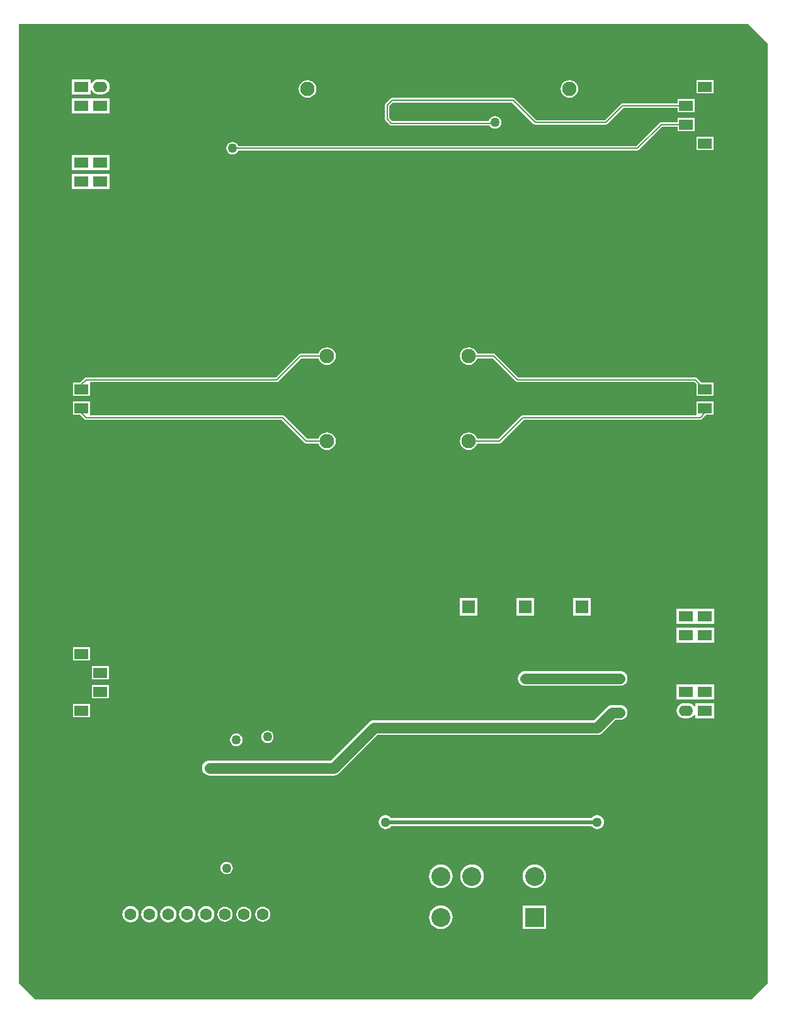
<source format=gbl>
G04 Layer_Physical_Order=4*
G04 Layer_Color=255*
%FSLAX44Y44*%
%MOMM*%
G71*
G01*
G75*
%ADD10C,1.0000*%
%ADD24C,0.2000*%
%ADD25C,0.5000*%
%ADD26C,1.4000*%
%ADD28C,1.9500*%
%ADD29C,1.6000*%
%ADD30R,1.6000X1.6000*%
%ADD31C,6.0000*%
%ADD32C,5.0000*%
%ADD33C,2.5400*%
%ADD34R,2.5400X2.5400*%
%ADD35R,1.7780X1.7780*%
%ADD36R,1.9050X1.4224*%
%ADD37O,2.1590X1.4224*%
%ADD38O,1.9050X1.4224*%
%ADD39C,1.2700*%
G36*
X1001387Y1279559D02*
Y17837D01*
X993300Y9750D01*
X979563Y-3987D01*
X16437D01*
X-5387Y17837D01*
Y1306787D01*
X975270D01*
X1001387Y1279559D01*
D02*
G37*
%LPC*%
G36*
X772320Y243971D02*
X769879Y243649D01*
X767605Y242707D01*
X765651Y241208D01*
X764837Y240148D01*
X495322D01*
X494509Y241208D01*
X492555Y242707D01*
X490281Y243649D01*
X487840Y243971D01*
X485399Y243649D01*
X483125Y242707D01*
X481171Y241208D01*
X479673Y239255D01*
X478731Y236981D01*
X478409Y234540D01*
X478731Y232099D01*
X479673Y229825D01*
X481171Y227871D01*
X483125Y226373D01*
X485399Y225431D01*
X487840Y225109D01*
X490281Y225431D01*
X492555Y226373D01*
X494509Y227871D01*
X495322Y228932D01*
X764837D01*
X765651Y227871D01*
X767605Y226373D01*
X769879Y225431D01*
X772320Y225109D01*
X774761Y225431D01*
X777035Y226373D01*
X778988Y227871D01*
X780487Y229825D01*
X781429Y232099D01*
X781751Y234540D01*
X781429Y236981D01*
X780487Y239255D01*
X778988Y241208D01*
X777035Y242707D01*
X774761Y243649D01*
X772320Y243971D01*
D02*
G37*
G36*
X802800Y391946D02*
X792640D01*
X790030Y391603D01*
X787597Y390595D01*
X785508Y388992D01*
X768142Y371626D01*
X472590D01*
X469980Y371283D01*
X467547Y370275D01*
X465458Y368672D01*
X414137Y317350D01*
X251129D01*
X248519Y317007D01*
X246086Y315999D01*
X243997Y314396D01*
X242394Y312307D01*
X241387Y309875D01*
X241043Y307264D01*
X241387Y304654D01*
X242394Y302221D01*
X243997Y300132D01*
X246086Y298529D01*
X248519Y297522D01*
X251129Y297178D01*
X418315D01*
X420925Y297522D01*
X423358Y298529D01*
X425447Y300132D01*
X476768Y351454D01*
X772320D01*
X774930Y351797D01*
X777363Y352805D01*
X779452Y354408D01*
X796818Y371774D01*
X802800D01*
X805411Y372117D01*
X807843Y373125D01*
X809932Y374728D01*
X811535Y376817D01*
X812542Y379249D01*
X812886Y381860D01*
X812542Y384470D01*
X811535Y386903D01*
X809932Y388992D01*
X807843Y390595D01*
X805411Y391603D01*
X802800Y391946D01*
D02*
G37*
G36*
X274089Y181199D02*
X271910Y180912D01*
X269878Y180071D01*
X268134Y178733D01*
X266796Y176989D01*
X265954Y174957D01*
X265667Y172777D01*
X265954Y170598D01*
X266796Y168566D01*
X268134Y166822D01*
X269878Y165484D01*
X271910Y164642D01*
X274089Y164355D01*
X276269Y164642D01*
X278300Y165484D01*
X280045Y166822D01*
X281383Y168566D01*
X282225Y170598D01*
X282511Y172777D01*
X282225Y174957D01*
X281383Y176989D01*
X280045Y178733D01*
X278300Y180071D01*
X276269Y180912D01*
X274089Y181199D01*
D02*
G37*
G36*
X604000Y177486D02*
X600922Y177183D01*
X597963Y176285D01*
X595235Y174827D01*
X592845Y172865D01*
X590883Y170475D01*
X589425Y167747D01*
X588527Y164788D01*
X588224Y161710D01*
X588527Y158632D01*
X589425Y155673D01*
X590883Y152945D01*
X592845Y150555D01*
X595235Y148593D01*
X597963Y147135D01*
X600922Y146237D01*
X604000Y145934D01*
X607078Y146237D01*
X610037Y147135D01*
X612765Y148593D01*
X615155Y150555D01*
X617117Y152945D01*
X618575Y155673D01*
X619473Y158632D01*
X619776Y161710D01*
X619473Y164788D01*
X618575Y167747D01*
X617117Y170475D01*
X615155Y172865D01*
X612765Y174827D01*
X610037Y176285D01*
X607078Y177183D01*
X604000Y177486D01*
D02*
G37*
G36*
X688000D02*
X684922Y177183D01*
X681963Y176285D01*
X679235Y174827D01*
X676845Y172865D01*
X674883Y170475D01*
X673425Y167747D01*
X672527Y164788D01*
X672224Y161710D01*
X672527Y158632D01*
X673425Y155673D01*
X674883Y152945D01*
X676845Y150555D01*
X679235Y148593D01*
X681963Y147135D01*
X684922Y146237D01*
X688000Y145934D01*
X691078Y146237D01*
X694037Y147135D01*
X696765Y148593D01*
X699155Y150555D01*
X701117Y152945D01*
X702575Y155673D01*
X703473Y158632D01*
X703776Y161710D01*
X703473Y164788D01*
X702575Y167747D01*
X701117Y170475D01*
X699155Y172865D01*
X696765Y174827D01*
X694037Y176285D01*
X691078Y177183D01*
X688000Y177486D01*
D02*
G37*
G36*
X90425Y393512D02*
X67375D01*
Y375288D01*
X90425D01*
Y393512D01*
D02*
G37*
G36*
X904575Y419912D02*
X903305Y419912D01*
X879175D01*
Y399688D01*
X903305D01*
X904225Y399688D01*
X905495Y399688D01*
X929625D01*
Y419912D01*
X905495D01*
X904575Y419912D01*
D02*
G37*
G36*
X894113Y394599D02*
X889287D01*
X886647Y394252D01*
X884187Y393233D01*
X882075Y391612D01*
X880454Y389500D01*
X879435Y387040D01*
X879088Y384400D01*
X879435Y381760D01*
X880454Y379300D01*
X882075Y377188D01*
X884187Y375567D01*
X886647Y374548D01*
X889287Y374201D01*
X894113D01*
X896753Y374548D01*
X899213Y375567D01*
X901325Y377188D01*
X902946Y379300D01*
X903305Y380168D01*
X904575Y379915D01*
Y374288D01*
X929625D01*
Y394512D01*
X904575D01*
Y388885D01*
X903305Y388632D01*
X902946Y389500D01*
X901325Y391612D01*
X899213Y393233D01*
X896753Y394252D01*
X894113Y394599D01*
D02*
G37*
G36*
X287041Y353555D02*
X284861Y353268D01*
X282830Y352427D01*
X281086Y351088D01*
X279747Y349344D01*
X278906Y347313D01*
X278619Y345133D01*
X278906Y342953D01*
X279747Y340922D01*
X281086Y339178D01*
X282830Y337839D01*
X284861Y336998D01*
X287041Y336711D01*
X289221Y336998D01*
X291252Y337839D01*
X292996Y339178D01*
X294335Y340922D01*
X295176Y342953D01*
X295463Y345133D01*
X295176Y347313D01*
X294335Y349344D01*
X292996Y351088D01*
X291252Y352427D01*
X289221Y353268D01*
X287041Y353555D01*
D02*
G37*
G36*
X328885Y357540D02*
X326705Y357253D01*
X324673Y356412D01*
X322929Y355073D01*
X321591Y353329D01*
X320749Y351298D01*
X320462Y349118D01*
X320749Y346938D01*
X321591Y344907D01*
X322929Y343163D01*
X324673Y341824D01*
X326705Y340983D01*
X328885Y340696D01*
X331064Y340983D01*
X333096Y341824D01*
X334840Y343163D01*
X336178Y344907D01*
X337020Y346938D01*
X337307Y349118D01*
X337020Y351298D01*
X336178Y353329D01*
X334840Y355073D01*
X333096Y356412D01*
X331064Y357253D01*
X328885Y357540D01*
D02*
G37*
G36*
X562000Y177486D02*
X558922Y177183D01*
X555963Y176285D01*
X553235Y174827D01*
X550845Y172865D01*
X548883Y170475D01*
X547425Y167747D01*
X546527Y164788D01*
X546224Y161710D01*
X546527Y158632D01*
X547425Y155673D01*
X548883Y152945D01*
X550845Y150555D01*
X553235Y148593D01*
X555963Y147135D01*
X558922Y146237D01*
X562000Y145934D01*
X565078Y146237D01*
X568037Y147135D01*
X570765Y148593D01*
X573155Y150555D01*
X575117Y152945D01*
X576575Y155673D01*
X577473Y158632D01*
X577776Y161710D01*
X577473Y164788D01*
X576575Y167747D01*
X575117Y170475D01*
X573155Y172865D01*
X570765Y174827D01*
X568037Y176285D01*
X565078Y177183D01*
X562000Y177486D01*
D02*
G37*
G36*
X170400Y121795D02*
X167528Y121417D01*
X164853Y120308D01*
X162555Y118545D01*
X160791Y116247D01*
X159683Y113572D01*
X159305Y110700D01*
X159683Y107828D01*
X160791Y105153D01*
X162555Y102855D01*
X164853Y101091D01*
X167528Y99983D01*
X170400Y99605D01*
X173272Y99983D01*
X175947Y101091D01*
X178245Y102855D01*
X180008Y105153D01*
X181117Y107828D01*
X181495Y110700D01*
X181117Y113572D01*
X180008Y116247D01*
X178245Y118545D01*
X175947Y120308D01*
X173272Y121417D01*
X170400Y121795D01*
D02*
G37*
G36*
X195800D02*
X192928Y121417D01*
X190252Y120308D01*
X187955Y118545D01*
X186192Y116247D01*
X185083Y113572D01*
X184705Y110700D01*
X185083Y107828D01*
X186192Y105153D01*
X187955Y102855D01*
X190252Y101091D01*
X192928Y99983D01*
X195800Y99605D01*
X198671Y99983D01*
X201347Y101091D01*
X203645Y102855D01*
X205408Y105153D01*
X206517Y107828D01*
X206895Y110700D01*
X206517Y113572D01*
X205408Y116247D01*
X203645Y118545D01*
X201347Y120308D01*
X198671Y121417D01*
X195800Y121795D01*
D02*
G37*
G36*
X145000D02*
X142128Y121417D01*
X139452Y120308D01*
X137155Y118545D01*
X135392Y116247D01*
X134283Y113572D01*
X133905Y110700D01*
X134283Y107828D01*
X135392Y105153D01*
X137155Y102855D01*
X139452Y101091D01*
X142128Y99983D01*
X145000Y99605D01*
X147872Y99983D01*
X150547Y101091D01*
X152845Y102855D01*
X154608Y105153D01*
X155717Y107828D01*
X156095Y110700D01*
X155717Y113572D01*
X154608Y116247D01*
X152845Y118545D01*
X150547Y120308D01*
X147872Y121417D01*
X145000Y121795D01*
D02*
G37*
G36*
X562000Y122486D02*
X558922Y122183D01*
X555963Y121285D01*
X553235Y119827D01*
X550845Y117865D01*
X548883Y115475D01*
X547425Y112747D01*
X546527Y109788D01*
X546224Y106710D01*
X546527Y103632D01*
X547425Y100673D01*
X548883Y97945D01*
X550845Y95555D01*
X553235Y93593D01*
X555963Y92135D01*
X558922Y91237D01*
X562000Y90934D01*
X565078Y91237D01*
X568037Y92135D01*
X570765Y93593D01*
X573155Y95555D01*
X575117Y97945D01*
X576575Y100673D01*
X577473Y103632D01*
X577776Y106710D01*
X577473Y109788D01*
X576575Y112747D01*
X575117Y115475D01*
X573155Y117865D01*
X570765Y119827D01*
X568037Y121285D01*
X565078Y122183D01*
X562000Y122486D01*
D02*
G37*
G36*
X703700Y122410D02*
X672300D01*
Y91010D01*
X703700D01*
Y122410D01*
D02*
G37*
G36*
X297400Y120786D02*
X294790Y120443D01*
X292357Y119435D01*
X290268Y117832D01*
X288665Y115743D01*
X287657Y113310D01*
X287314Y110700D01*
X287657Y108090D01*
X288665Y105657D01*
X290268Y103568D01*
X292357Y101965D01*
X294790Y100957D01*
X297400Y100614D01*
X300011Y100957D01*
X302443Y101965D01*
X304532Y103568D01*
X306135Y105657D01*
X307143Y108090D01*
X307486Y110700D01*
X307143Y113310D01*
X306135Y115743D01*
X304532Y117832D01*
X302443Y119435D01*
X300011Y120443D01*
X297400Y120786D01*
D02*
G37*
G36*
X322800D02*
X320190Y120443D01*
X317757Y119435D01*
X315668Y117832D01*
X314065Y115743D01*
X313057Y113310D01*
X312714Y110700D01*
X313057Y108090D01*
X314065Y105657D01*
X315668Y103568D01*
X317757Y101965D01*
X320190Y100957D01*
X322800Y100614D01*
X325410Y100957D01*
X327843Y101965D01*
X329932Y103568D01*
X331535Y105657D01*
X332542Y108090D01*
X332886Y110700D01*
X332542Y113310D01*
X331535Y115743D01*
X329932Y117832D01*
X327843Y119435D01*
X325410Y120443D01*
X322800Y120786D01*
D02*
G37*
G36*
X272000D02*
X269389Y120443D01*
X266957Y119435D01*
X264868Y117832D01*
X263265Y115743D01*
X262257Y113310D01*
X261914Y110700D01*
X262257Y108090D01*
X263265Y105657D01*
X264868Y103568D01*
X266957Y101965D01*
X269389Y100957D01*
X272000Y100614D01*
X274611Y100957D01*
X277043Y101965D01*
X279132Y103568D01*
X280735Y105657D01*
X281742Y108090D01*
X282086Y110700D01*
X281742Y113310D01*
X280735Y115743D01*
X279132Y117832D01*
X277043Y119435D01*
X274611Y120443D01*
X272000Y120786D01*
D02*
G37*
G36*
X221200Y121795D02*
X218328Y121417D01*
X215653Y120308D01*
X213355Y118545D01*
X211591Y116247D01*
X210483Y113572D01*
X210105Y110700D01*
X210483Y107828D01*
X211591Y105153D01*
X213355Y102855D01*
X215653Y101091D01*
X218328Y99983D01*
X221200Y99605D01*
X224072Y99983D01*
X226747Y101091D01*
X229045Y102855D01*
X230808Y105153D01*
X231917Y107828D01*
X232295Y110700D01*
X231917Y113572D01*
X230808Y116247D01*
X229045Y118545D01*
X226747Y120308D01*
X224072Y121417D01*
X221200Y121795D01*
D02*
G37*
G36*
X246600D02*
X243728Y121417D01*
X241052Y120308D01*
X238755Y118545D01*
X236992Y116247D01*
X235883Y113572D01*
X235505Y110700D01*
X235883Y107828D01*
X236992Y105153D01*
X238755Y102855D01*
X241052Y101091D01*
X243728Y99983D01*
X246600Y99605D01*
X249471Y99983D01*
X252147Y101091D01*
X254445Y102855D01*
X256208Y105153D01*
X257317Y107828D01*
X257695Y110700D01*
X257317Y113572D01*
X256208Y116247D01*
X254445Y118545D01*
X252147Y120308D01*
X249471Y121417D01*
X246600Y121795D01*
D02*
G37*
G36*
X115825Y418912D02*
X92775D01*
Y400688D01*
X115825D01*
Y418912D01*
D02*
G37*
G36*
X928625Y1155512D02*
X905575D01*
Y1137288D01*
X928625D01*
Y1155512D01*
D02*
G37*
G36*
X903225Y1180912D02*
X880175D01*
Y1174859D01*
X858390D01*
X857219Y1174626D01*
X856227Y1173963D01*
X856227Y1173963D01*
X825318Y1143054D01*
X289828D01*
X289351Y1144206D01*
X288013Y1145950D01*
X286268Y1147289D01*
X284237Y1148130D01*
X282057Y1148417D01*
X279878Y1148130D01*
X277846Y1147289D01*
X276102Y1145950D01*
X274764Y1144206D01*
X273922Y1142175D01*
X273635Y1139995D01*
X273922Y1137815D01*
X274764Y1135784D01*
X276102Y1134040D01*
X277846Y1132701D01*
X279878Y1131860D01*
X282057Y1131573D01*
X284237Y1131860D01*
X286268Y1132701D01*
X288013Y1134040D01*
X289351Y1135784D01*
X289828Y1136936D01*
X826585D01*
X826585Y1136936D01*
X827756Y1137169D01*
X828748Y1137832D01*
X859657Y1168741D01*
X880175D01*
Y1162688D01*
X903225D01*
Y1180912D01*
D02*
G37*
G36*
X91775Y1131112D02*
X90505Y1131112D01*
X66375D01*
Y1110888D01*
X90505D01*
X91425Y1110888D01*
X92695Y1110888D01*
X116825D01*
Y1131112D01*
X92695D01*
X91775Y1131112D01*
D02*
G37*
G36*
X409100Y872501D02*
X406033Y872097D01*
X403174Y870914D01*
X400720Y869030D01*
X398836Y866576D01*
X397652Y863717D01*
X397651Y863709D01*
X373256D01*
X373256Y863709D01*
X372085Y863476D01*
X371093Y862813D01*
X340239Y831959D01*
X85250D01*
X84079Y831726D01*
X83087Y831063D01*
X83087Y831063D01*
X77336Y825312D01*
X67375D01*
Y807088D01*
X90425D01*
Y825312D01*
X91476Y825841D01*
X341506D01*
X341506Y825841D01*
X342676Y826074D01*
X343669Y826737D01*
X374523Y857591D01*
X397651D01*
X397652Y857583D01*
X398836Y854724D01*
X400720Y852270D01*
X403174Y850386D01*
X406033Y849202D01*
X409100Y848799D01*
X412167Y849202D01*
X415026Y850386D01*
X417480Y852270D01*
X419364Y854724D01*
X420547Y857583D01*
X420951Y860650D01*
X420547Y863717D01*
X419364Y866576D01*
X417480Y869030D01*
X415026Y870914D01*
X412167Y872097D01*
X409100Y872501D01*
D02*
G37*
G36*
X91775Y1105712D02*
X90505Y1105712D01*
X66375D01*
Y1085488D01*
X90505D01*
X91425Y1085488D01*
X92695Y1085488D01*
X116825D01*
Y1105712D01*
X92695D01*
X91775Y1105712D01*
D02*
G37*
G36*
Y1207312D02*
X90505Y1207312D01*
X66375D01*
Y1187088D01*
X90505D01*
X91425Y1187088D01*
X92695Y1187088D01*
X116825D01*
Y1207312D01*
X92695D01*
X91775Y1207312D01*
D02*
G37*
G36*
X928625Y1231712D02*
X905575D01*
Y1213488D01*
X928625D01*
Y1231712D01*
D02*
G37*
G36*
X106713Y1232799D02*
X101887D01*
X99247Y1232452D01*
X96787Y1231433D01*
X94675Y1229812D01*
X93054Y1227700D01*
X92695Y1226832D01*
X91425Y1227085D01*
Y1232712D01*
X66375D01*
Y1212488D01*
X91425D01*
Y1218115D01*
X92695Y1218368D01*
X93054Y1217500D01*
X94675Y1215388D01*
X96787Y1213767D01*
X99247Y1212748D01*
X101887Y1212401D01*
X106713D01*
X109353Y1212748D01*
X111813Y1213767D01*
X113925Y1215388D01*
X115546Y1217500D01*
X116565Y1219960D01*
X116912Y1222600D01*
X116565Y1225240D01*
X115546Y1227700D01*
X113925Y1229812D01*
X111813Y1231433D01*
X109353Y1232452D01*
X106713Y1232799D01*
D02*
G37*
G36*
X735117Y1231364D02*
X732049Y1230960D01*
X729191Y1229776D01*
X726736Y1227893D01*
X724853Y1225438D01*
X723669Y1222580D01*
X723265Y1219513D01*
X723669Y1216445D01*
X724853Y1213587D01*
X726736Y1211132D01*
X729191Y1209249D01*
X732049Y1208065D01*
X735117Y1207661D01*
X738184Y1208065D01*
X741042Y1209249D01*
X743497Y1211132D01*
X745380Y1213587D01*
X746564Y1216445D01*
X746968Y1219513D01*
X746564Y1222580D01*
X745380Y1225438D01*
X743497Y1227893D01*
X741042Y1229776D01*
X738184Y1230960D01*
X735117Y1231364D01*
D02*
G37*
G36*
X659277Y1207582D02*
X659277Y1207582D01*
X496523D01*
X495353Y1207349D01*
X494360Y1206686D01*
X494360Y1206686D01*
X487837Y1200163D01*
X487174Y1199171D01*
X486941Y1198000D01*
X486941Y1198000D01*
Y1179000D01*
X486941Y1179000D01*
X487174Y1177829D01*
X487837Y1176837D01*
X493387Y1171287D01*
X494379Y1170624D01*
X495550Y1170391D01*
X495550Y1170391D01*
X627634D01*
X628905Y1168734D01*
X630649Y1167396D01*
X632681Y1166555D01*
X634860Y1166268D01*
X637040Y1166555D01*
X639072Y1167396D01*
X640816Y1168734D01*
X642154Y1170479D01*
X642996Y1172510D01*
X643283Y1174690D01*
X642996Y1176869D01*
X642154Y1178901D01*
X640816Y1180645D01*
X639072Y1181983D01*
X637040Y1182825D01*
X634860Y1183112D01*
X632681Y1182825D01*
X630649Y1181983D01*
X628905Y1180645D01*
X627567Y1178901D01*
X626725Y1176869D01*
X626678Y1176509D01*
X496817D01*
X493059Y1180267D01*
Y1196733D01*
X497790Y1201464D01*
X658010D01*
X686947Y1172527D01*
X686947Y1172527D01*
X687940Y1171864D01*
X689110Y1171631D01*
X689110Y1171631D01*
X783790D01*
X783790Y1171631D01*
X784960Y1171864D01*
X785953Y1172527D01*
X800213Y1186787D01*
X800414Y1187088D01*
X807467Y1194141D01*
X880175D01*
Y1188088D01*
X903225D01*
Y1206312D01*
X880175D01*
Y1200259D01*
X806200D01*
X806200Y1200259D01*
X805030Y1200026D01*
X804037Y1199363D01*
X804037Y1199363D01*
X795837Y1191163D01*
X795636Y1190862D01*
X782523Y1177748D01*
X690377D01*
X661440Y1206686D01*
X660447Y1207349D01*
X659277Y1207582D01*
D02*
G37*
G36*
X383017Y1231364D02*
X379949Y1230960D01*
X377091Y1229776D01*
X374636Y1227893D01*
X372753Y1225438D01*
X371569Y1222580D01*
X371165Y1219513D01*
X371569Y1216445D01*
X372753Y1213587D01*
X374636Y1211132D01*
X377091Y1209249D01*
X379949Y1208065D01*
X383017Y1207661D01*
X386084Y1208065D01*
X388942Y1209249D01*
X391397Y1211132D01*
X393280Y1213587D01*
X394464Y1216445D01*
X394868Y1219513D01*
X394464Y1222580D01*
X393280Y1225438D01*
X391397Y1227893D01*
X388942Y1229776D01*
X386084Y1230960D01*
X383017Y1231364D01*
D02*
G37*
G36*
X904575Y496112D02*
X903305Y496112D01*
X879175D01*
Y475888D01*
X903305D01*
X904225Y475888D01*
X905495Y475888D01*
X929625D01*
Y496112D01*
X905495D01*
X904575Y496112D01*
D02*
G37*
G36*
Y521512D02*
X903305Y521512D01*
X879175D01*
Y501288D01*
X903305D01*
X904225Y501288D01*
X905495Y501288D01*
X929625D01*
Y521512D01*
X905495D01*
X904575Y521512D01*
D02*
G37*
G36*
X90425Y469712D02*
X67375D01*
Y451488D01*
X90425D01*
Y469712D01*
D02*
G37*
G36*
X802800Y437666D02*
X675800D01*
X673189Y437323D01*
X670757Y436315D01*
X668668Y434712D01*
X667065Y432623D01*
X666057Y430191D01*
X665714Y427580D01*
X666057Y424969D01*
X667065Y422537D01*
X668668Y420448D01*
X670757Y418845D01*
X673189Y417837D01*
X675800Y417494D01*
X802800D01*
X805411Y417837D01*
X807843Y418845D01*
X809932Y420448D01*
X811535Y422537D01*
X812542Y424969D01*
X812886Y427580D01*
X812542Y430191D01*
X811535Y432623D01*
X809932Y434712D01*
X807843Y436315D01*
X805411Y437323D01*
X802800Y437666D01*
D02*
G37*
G36*
X115825Y444312D02*
X92775D01*
Y426088D01*
X115825D01*
Y444312D01*
D02*
G37*
G36*
X611490Y535990D02*
X587710D01*
Y512210D01*
X611490D01*
Y535990D01*
D02*
G37*
G36*
X928625Y799912D02*
X905575D01*
Y781688D01*
X904524Y781159D01*
X672354D01*
X672354Y781159D01*
X671184Y780926D01*
X670191Y780263D01*
X639337Y749409D01*
X611049D01*
X611048Y749417D01*
X609864Y752276D01*
X607980Y754730D01*
X605526Y756614D01*
X602667Y757797D01*
X599600Y758201D01*
X596533Y757797D01*
X593674Y756614D01*
X591220Y754730D01*
X589336Y752276D01*
X588152Y749417D01*
X587749Y746350D01*
X588152Y743283D01*
X589336Y740424D01*
X591220Y737970D01*
X593674Y736086D01*
X596533Y734902D01*
X599600Y734499D01*
X602667Y734902D01*
X605526Y736086D01*
X607980Y737970D01*
X609864Y740424D01*
X611048Y743283D01*
X611049Y743291D01*
X640604D01*
X640604Y743291D01*
X641775Y743524D01*
X642767Y744187D01*
X673621Y775041D01*
X910750D01*
X910750Y775041D01*
X911920Y775274D01*
X912913Y775937D01*
X918664Y781688D01*
X928625D01*
Y799912D01*
D02*
G37*
G36*
X599600Y872501D02*
X596533Y872097D01*
X593674Y870914D01*
X591220Y869030D01*
X589336Y866576D01*
X588152Y863717D01*
X587749Y860650D01*
X588152Y857583D01*
X589336Y854724D01*
X591220Y852270D01*
X593674Y850386D01*
X596533Y849202D01*
X599600Y848799D01*
X602667Y849202D01*
X605526Y850386D01*
X607980Y852270D01*
X609864Y854724D01*
X611048Y857583D01*
X611049Y857591D01*
X632339D01*
X663193Y826737D01*
X664185Y826074D01*
X665356Y825841D01*
X665356Y825841D01*
X903133D01*
X905575Y823399D01*
Y807088D01*
X928625D01*
Y825312D01*
X912314D01*
X906563Y831063D01*
X905571Y831726D01*
X904400Y831959D01*
X904400Y831959D01*
X666623D01*
X635769Y862813D01*
X634776Y863476D01*
X633606Y863709D01*
X633606Y863709D01*
X611049D01*
X611048Y863717D01*
X609864Y866576D01*
X607980Y869030D01*
X605526Y870914D01*
X602667Y872097D01*
X599600Y872501D01*
D02*
G37*
G36*
X90425Y799912D02*
X67375D01*
Y781688D01*
X77093D01*
X82921Y775860D01*
X82921Y775860D01*
X83914Y775197D01*
X85084Y774964D01*
X347996D01*
X378773Y744187D01*
X378773Y744187D01*
X379765Y743524D01*
X380936Y743291D01*
X380936Y743291D01*
X397651D01*
X397652Y743283D01*
X398836Y740424D01*
X400720Y737970D01*
X403174Y736086D01*
X406033Y734902D01*
X409100Y734499D01*
X412167Y734902D01*
X415026Y736086D01*
X417480Y737970D01*
X419364Y740424D01*
X420547Y743283D01*
X420951Y746350D01*
X420547Y749417D01*
X419364Y752276D01*
X417480Y754730D01*
X415026Y756614D01*
X412167Y757797D01*
X409100Y758201D01*
X406033Y757797D01*
X403174Y756614D01*
X400720Y754730D01*
X398836Y752276D01*
X397652Y749417D01*
X397651Y749409D01*
X382203D01*
X351426Y780186D01*
X350434Y780849D01*
X349263Y781081D01*
X349263Y781081D01*
X91444D01*
X90425Y781688D01*
Y799912D01*
D02*
G37*
G36*
X687690Y535990D02*
X663910D01*
Y512210D01*
X687690D01*
Y535990D01*
D02*
G37*
G36*
X763890D02*
X740110D01*
Y512210D01*
X763890D01*
Y535990D01*
D02*
G37*
%LPD*%
D10*
X333000Y622000D02*
D03*
Y637000D02*
D03*
X230000Y752000D02*
D03*
Y727000D02*
D03*
Y702000D02*
D03*
Y682000D02*
D03*
X205000D02*
D03*
Y702000D02*
D03*
Y727000D02*
D03*
Y752000D02*
D03*
X155000Y612000D02*
D03*
X135000Y597000D02*
D03*
Y612000D02*
D03*
Y627000D02*
D03*
Y643000D02*
D03*
Y657000D02*
D03*
Y672000D02*
D03*
Y687000D02*
D03*
Y702000D02*
D03*
X655000Y977000D02*
D03*
X935000Y1207000D02*
D03*
Y1192000D02*
D03*
Y1177000D02*
D03*
Y1162000D02*
D03*
Y1147000D02*
D03*
X870000Y1207000D02*
D03*
X855000D02*
D03*
X840000D02*
D03*
X825000D02*
D03*
X810000D02*
D03*
X790000Y1197000D02*
D03*
X780000Y1187000D02*
D03*
X610000Y1217000D02*
D03*
X640000D02*
D03*
X670000Y1212000D02*
D03*
X675000Y1202000D02*
D03*
X685000Y1192000D02*
D03*
X660000D02*
D03*
X615000Y1187000D02*
D03*
X605000Y1192000D02*
D03*
X595000Y1187000D02*
D03*
X585000Y1192000D02*
D03*
X575000Y1187000D02*
D03*
X565000Y1192000D02*
D03*
X554000Y1187000D02*
D03*
X544000Y1192000D02*
D03*
X535000Y1187000D02*
D03*
X525000Y1192000D02*
D03*
X515000Y1187000D02*
D03*
X505000Y1192000D02*
D03*
X520000Y1217000D02*
D03*
X550000D02*
D03*
X580000D02*
D03*
X485000Y1207000D02*
D03*
X480000Y1192000D02*
D03*
Y1177000D02*
D03*
X525000Y1162000D02*
D03*
X500000D02*
D03*
X485000Y1167000D02*
D03*
X395000Y1182000D02*
D03*
X370000D02*
D03*
X365000Y1167000D02*
D03*
X368000Y838000D02*
D03*
X358000Y828000D02*
D03*
X348000Y818000D02*
D03*
X308000Y863000D02*
D03*
Y878000D02*
D03*
X348000Y853000D02*
D03*
X253000Y933000D02*
D03*
X283000Y908000D02*
D03*
X208000Y898000D02*
D03*
X228000Y868000D02*
D03*
Y883000D02*
D03*
X208000D02*
D03*
Y868000D02*
D03*
Y853000D02*
D03*
X218000Y788000D02*
D03*
X233000D02*
D03*
Y768000D02*
D03*
X218000D02*
D03*
X203000D02*
D03*
X138000Y818000D02*
D03*
Y803000D02*
D03*
Y788000D02*
D03*
X565000Y1279750D02*
D03*
X533250D02*
D03*
X501500D02*
D03*
X469750D02*
D03*
X533250Y1216250D02*
D03*
X501500D02*
D03*
X469750D02*
D03*
Y1184500D02*
D03*
X565000Y1216250D02*
D03*
Y1248000D02*
D03*
X533250D02*
D03*
X501500D02*
D03*
X469750D02*
D03*
X618650Y974950D02*
D03*
Y962250D02*
D03*
X605950Y949550D02*
D03*
X593250Y943200D02*
D03*
X599600Y917800D02*
D03*
X586900D02*
D03*
X113000Y703000D02*
D03*
X108000Y728000D02*
D03*
X218000Y548000D02*
D03*
X143000Y573000D02*
D03*
X127000D02*
D03*
X108000Y588000D02*
D03*
Y633000D02*
D03*
Y678000D02*
D03*
X123000Y713000D02*
D03*
X143000Y733000D02*
D03*
X133000Y723000D02*
D03*
X98000Y718000D02*
D03*
X108000Y693000D02*
D03*
X83000D02*
D03*
Y678000D02*
D03*
Y648000D02*
D03*
X203000Y548000D02*
D03*
X286900Y514000D02*
D03*
X188000Y548000D02*
D03*
X254600Y523800D02*
D03*
X307500Y638400D02*
D03*
Y651100D02*
D03*
Y663800D02*
D03*
Y676500D02*
D03*
Y689200D02*
D03*
Y701900D02*
D03*
X294800Y816200D02*
D03*
Y803500D02*
D03*
Y790800D02*
D03*
X307500D02*
D03*
X294800Y841600D02*
D03*
Y854300D02*
D03*
Y867000D02*
D03*
Y879700D02*
D03*
Y892400D02*
D03*
Y905100D02*
D03*
Y917800D02*
D03*
Y930500D02*
D03*
Y943200D02*
D03*
Y955900D02*
D03*
Y968600D02*
D03*
X313850Y924150D02*
D03*
X326550Y936850D02*
D03*
X339250Y949550D02*
D03*
X529750Y1013050D02*
D03*
X498000D02*
D03*
X466250D02*
D03*
X498000Y981300D02*
D03*
X466250D02*
D03*
Y1076550D02*
D03*
X498000D02*
D03*
X529750D02*
D03*
Y1108300D02*
D03*
X498000D02*
D03*
X466250D02*
D03*
X491650Y1152750D02*
D03*
X542450Y1127350D02*
D03*
X555150Y1152750D02*
D03*
X542450D02*
D03*
X529750D02*
D03*
X517050D02*
D03*
X504350D02*
D03*
X478950D02*
D03*
X466250D02*
D03*
X453550D02*
D03*
Y1127350D02*
D03*
X466250D02*
D03*
X478950D02*
D03*
X491650D02*
D03*
X504350D02*
D03*
X517050D02*
D03*
X529750D02*
D03*
X555150D02*
D03*
X567850Y1114650D02*
D03*
X555150D02*
D03*
Y1101950D02*
D03*
Y1089250D02*
D03*
Y1076550D02*
D03*
Y1063850D02*
D03*
Y1019400D02*
D03*
Y1006700D02*
D03*
Y994000D02*
D03*
X561500Y1044800D02*
D03*
X548800D02*
D03*
X536100D02*
D03*
X523400D02*
D03*
X510700D02*
D03*
X498000D02*
D03*
X485300D02*
D03*
X472600D02*
D03*
X459900D02*
D03*
X529750Y886050D02*
D03*
X498000D02*
D03*
X466250D02*
D03*
X669450Y746350D02*
D03*
X644050Y720950D02*
D03*
X656750Y733650D02*
D03*
X688500Y841600D02*
D03*
X669450D02*
D03*
X656750Y854300D02*
D03*
X644050Y867000D02*
D03*
X637700Y841600D02*
D03*
X650400Y828900D02*
D03*
X663100Y816200D02*
D03*
X701200D02*
D03*
X682150D02*
D03*
Y790800D02*
D03*
X650400Y771750D02*
D03*
X637700Y759050D02*
D03*
X669450D02*
D03*
X656750Y746350D02*
D03*
X663100Y784450D02*
D03*
X555150Y917800D02*
D03*
X820578Y1181435D02*
D03*
X460618Y816637D02*
D03*
X449119Y707769D02*
D03*
X529750Y968600D02*
D03*
X517050D02*
D03*
X444350D02*
D03*
X431650D02*
D03*
Y981300D02*
D03*
Y994000D02*
D03*
Y1006700D02*
D03*
Y1019400D02*
D03*
Y1101950D02*
D03*
Y1089250D02*
D03*
Y1076550D02*
D03*
Y1063850D02*
D03*
X21750Y1216250D02*
D03*
Y1184500D02*
D03*
Y1152750D02*
D03*
Y1121000D02*
D03*
Y1089250D02*
D03*
Y1057500D02*
D03*
Y1025750D02*
D03*
Y994000D02*
D03*
Y962250D02*
D03*
Y930500D02*
D03*
X53500Y1025750D02*
D03*
Y1057500D02*
D03*
X85250Y1025750D02*
D03*
Y1057500D02*
D03*
Y962250D02*
D03*
Y994000D02*
D03*
X53500D02*
D03*
Y962250D02*
D03*
Y930500D02*
D03*
Y898750D02*
D03*
X85250Y930500D02*
D03*
X117000Y898750D02*
D03*
X85250D02*
D03*
X21750D02*
D03*
Y867000D02*
D03*
Y835250D02*
D03*
Y803500D02*
D03*
X688500Y1216250D02*
D03*
X215750Y1152750D02*
D03*
Y1184500D02*
D03*
X247500D02*
D03*
X279250D02*
D03*
X311000D02*
D03*
X342750Y1216250D02*
D03*
X311000Y1241650D02*
D03*
Y1216250D02*
D03*
X279250D02*
D03*
X247500D02*
D03*
X215750D02*
D03*
X129856Y1171129D02*
D03*
X128877Y1157429D02*
D03*
X129856Y1145686D02*
D03*
X85250Y1248000D02*
D03*
X117000D02*
D03*
X148750D02*
D03*
X180500D02*
D03*
X215750D02*
D03*
X247500D02*
D03*
X279250D02*
D03*
X247500Y1152750D02*
D03*
Y1121000D02*
D03*
X215750D02*
D03*
X210000Y1090700D02*
D03*
Y1060700D02*
D03*
Y1030700D02*
D03*
Y1000700D02*
D03*
X240000Y960700D02*
D03*
X266550Y943200D02*
D03*
X498000Y613000D02*
D03*
Y644750D02*
D03*
Y676500D02*
D03*
X529750D02*
D03*
Y644750D02*
D03*
X561500Y676500D02*
D03*
Y708250D02*
D03*
X529750D02*
D03*
X498000D02*
D03*
X466250D02*
D03*
Y676500D02*
D03*
Y644750D02*
D03*
Y613000D02*
D03*
Y581250D02*
D03*
X434500D02*
D03*
Y613000D02*
D03*
Y644750D02*
D03*
Y676500D02*
D03*
X408263Y716087D02*
D03*
X402750Y676500D02*
D03*
Y644750D02*
D03*
Y613000D02*
D03*
Y581250D02*
D03*
X173000Y548000D02*
D03*
X249200Y477300D02*
D03*
X371000Y644750D02*
D03*
Y676500D02*
D03*
Y708250D02*
D03*
X752000Y581250D02*
D03*
X688500Y549500D02*
D03*
X656750Y581250D02*
D03*
X688500D02*
D03*
X593250D02*
D03*
X625000Y549500D02*
D03*
Y581250D02*
D03*
Y613000D02*
D03*
X656750D02*
D03*
X688500D02*
D03*
X720250D02*
D03*
X752000D02*
D03*
X656750Y644750D02*
D03*
X688500D02*
D03*
X720250D02*
D03*
X752000D02*
D03*
Y676500D02*
D03*
X688500D02*
D03*
X720250D02*
D03*
Y708250D02*
D03*
X752000Y740000D02*
D03*
Y708250D02*
D03*
X783750D02*
D03*
Y740000D02*
D03*
X815500D02*
D03*
Y708250D02*
D03*
Y676500D02*
D03*
X783750D02*
D03*
Y644750D02*
D03*
X815500D02*
D03*
Y613000D02*
D03*
X783750D02*
D03*
Y581250D02*
D03*
Y498700D02*
D03*
X815500Y581250D02*
D03*
X847250D02*
D03*
Y613000D02*
D03*
Y708250D02*
D03*
Y740000D02*
D03*
X879000D02*
D03*
X910750D02*
D03*
X942500D02*
D03*
Y708250D02*
D03*
X910750D02*
D03*
X879000D02*
D03*
Y676500D02*
D03*
X847250D02*
D03*
Y644750D02*
D03*
X879000D02*
D03*
Y613000D02*
D03*
X910750D02*
D03*
Y644750D02*
D03*
Y676500D02*
D03*
X942500D02*
D03*
Y644750D02*
D03*
Y613000D02*
D03*
Y581250D02*
D03*
X910750D02*
D03*
X879000D02*
D03*
X123350Y790800D02*
D03*
Y816200D02*
D03*
X123000Y843000D02*
D03*
X138000D02*
D03*
X63000Y828000D02*
D03*
Y778000D02*
D03*
X97950Y860650D02*
D03*
X78900D02*
D03*
X47150Y854300D02*
D03*
Y835250D02*
D03*
Y816200D02*
D03*
Y797150D02*
D03*
X53500Y771750D02*
D03*
X128000Y748000D02*
D03*
X138000Y758000D02*
D03*
X128000Y763000D02*
D03*
X118000Y738000D02*
D03*
X85250Y740000D02*
D03*
X53500D02*
D03*
Y708250D02*
D03*
X88000Y708000D02*
D03*
X108000Y663000D02*
D03*
Y648000D02*
D03*
X83000Y663000D02*
D03*
X53500Y676500D02*
D03*
X108000Y618000D02*
D03*
X83000Y633000D02*
D03*
X53500Y644750D02*
D03*
Y613000D02*
D03*
X83000Y603000D02*
D03*
X108000D02*
D03*
X113000Y573000D02*
D03*
X82000Y575000D02*
D03*
X53500Y581250D02*
D03*
X98000Y548000D02*
D03*
X53500Y549500D02*
D03*
Y517750D02*
D03*
X88000Y558000D02*
D03*
X113000Y548000D02*
D03*
X143000D02*
D03*
X158000D02*
D03*
X263000Y533000D02*
D03*
X148750Y486000D02*
D03*
X128000Y548000D02*
D03*
X21750Y771750D02*
D03*
Y740000D02*
D03*
Y708250D02*
D03*
Y676500D02*
D03*
Y644750D02*
D03*
Y613000D02*
D03*
X752000Y867000D02*
D03*
X720250D02*
D03*
X656750Y898750D02*
D03*
X688500Y867000D02*
D03*
X656750D02*
D03*
X688500Y898750D02*
D03*
X720250D02*
D03*
X752000D02*
D03*
X783750D02*
D03*
X815500Y930500D02*
D03*
X783750D02*
D03*
X752000D02*
D03*
X720250D02*
D03*
X688500D02*
D03*
X631350Y949550D02*
D03*
X618650Y936850D02*
D03*
X572488Y917923D02*
D03*
X599600Y962250D02*
D03*
X644050Y955900D02*
D03*
Y968600D02*
D03*
X688500Y962250D02*
D03*
X815500D02*
D03*
X783750D02*
D03*
X752000D02*
D03*
X720250D02*
D03*
X783750Y994000D02*
D03*
X815500D02*
D03*
Y1025750D02*
D03*
X783750D02*
D03*
Y1057500D02*
D03*
X815500D02*
D03*
X974250Y1121000D02*
D03*
Y1089250D02*
D03*
Y1057500D02*
D03*
Y1025750D02*
D03*
Y994000D02*
D03*
Y962250D02*
D03*
Y930500D02*
D03*
X847250Y1057500D02*
D03*
Y1025750D02*
D03*
Y994000D02*
D03*
Y962250D02*
D03*
X879000Y994000D02*
D03*
Y1025750D02*
D03*
Y1057500D02*
D03*
Y1089250D02*
D03*
X847250D02*
D03*
X815500D02*
D03*
X783750D02*
D03*
X625000Y1248000D02*
D03*
X656750D02*
D03*
Y1216250D02*
D03*
X625000D02*
D03*
X593250D02*
D03*
Y1248000D02*
D03*
X438000Y1184500D02*
D03*
Y1216250D02*
D03*
Y1248000D02*
D03*
X783750D02*
D03*
Y1279750D02*
D03*
X752000D02*
D03*
X720250D02*
D03*
X688500D02*
D03*
X656750D02*
D03*
X625000D02*
D03*
X593250D02*
D03*
X438000D02*
D03*
X406250D02*
D03*
X374500D02*
D03*
X342750D02*
D03*
X311000D02*
D03*
X279250D02*
D03*
X247500D02*
D03*
X215750D02*
D03*
X180500D02*
D03*
X148750D02*
D03*
X117000D02*
D03*
X85250D02*
D03*
X766024Y1222744D02*
D03*
X784658Y1215784D02*
D03*
X797454D02*
D03*
X845947Y1222968D02*
D03*
X857846D02*
D03*
X853600Y1152750D02*
D03*
X840900Y1140050D02*
D03*
X866300Y1127350D02*
D03*
X853600D02*
D03*
X840900D02*
D03*
X828200D02*
D03*
X815500D02*
D03*
X802800D02*
D03*
X790100D02*
D03*
X777400D02*
D03*
X764700D02*
D03*
X752000D02*
D03*
X805536Y1180312D02*
D03*
X798230Y1172842D02*
D03*
X832970Y1181404D02*
D03*
X851318D02*
D03*
X840900Y1171800D02*
D03*
X828200Y1159100D02*
D03*
X815500Y1152750D02*
D03*
X802800D02*
D03*
X790100D02*
D03*
X777400D02*
D03*
X764700D02*
D03*
X790100D02*
D03*
Y1165450D02*
D03*
X777400D02*
D03*
Y1152750D02*
D03*
X790100Y1127350D02*
D03*
X802800D02*
D03*
X777400D02*
D03*
X764700D02*
D03*
X752000D02*
D03*
X764700Y1152750D02*
D03*
Y1165450D02*
D03*
X752000Y1152750D02*
D03*
Y1165450D02*
D03*
X732950Y1248000D02*
D03*
X707550Y1222600D02*
D03*
X669000Y1182000D02*
D03*
X650400Y1184500D02*
D03*
X637700Y1190850D02*
D03*
X625000D02*
D03*
X399900Y1127350D02*
D03*
X412600D02*
D03*
X425300D02*
D03*
X438000D02*
D03*
X574200D02*
D03*
X586900D02*
D03*
X599600D02*
D03*
X612300D02*
D03*
X399900Y1171800D02*
D03*
Y1159100D02*
D03*
X412600Y1152750D02*
D03*
X425300D02*
D03*
X438000D02*
D03*
X574200D02*
D03*
X586900D02*
D03*
X599600D02*
D03*
X612300D02*
D03*
X349100Y1171800D02*
D03*
X412600Y1216250D02*
D03*
X380850Y1248000D02*
D03*
X355450Y1216250D02*
D03*
X311000Y1152750D02*
D03*
X323700D02*
D03*
X336400D02*
D03*
X349100D02*
D03*
X361800D02*
D03*
X355450Y1127350D02*
D03*
X342750D02*
D03*
X330050D02*
D03*
X317350D02*
D03*
X304650D02*
D03*
X291950D02*
D03*
X294800Y1152750D02*
D03*
X282100Y1159100D02*
D03*
X266550Y1152750D02*
D03*
Y1140050D02*
D03*
Y1127350D02*
D03*
X707550Y1108300D02*
D03*
Y1095600D02*
D03*
Y1082900D02*
D03*
Y1070200D02*
D03*
Y1057500D02*
D03*
X758350Y1063850D02*
D03*
Y1076550D02*
D03*
Y1089250D02*
D03*
Y1101950D02*
D03*
Y1114650D02*
D03*
X745650D02*
D03*
X726600D02*
D03*
X707550Y1127350D02*
D03*
X694850D02*
D03*
X682150D02*
D03*
X669450D02*
D03*
X656750D02*
D03*
X713900Y1165450D02*
D03*
X707550Y1152750D02*
D03*
X694850D02*
D03*
X682150D02*
D03*
X669450D02*
D03*
X656750D02*
D03*
X701200Y1165450D02*
D03*
X688500D02*
D03*
X675800D02*
D03*
X663100D02*
D03*
X650400D02*
D03*
X618650D02*
D03*
X625000Y1152750D02*
D03*
X644050D02*
D03*
X625000Y1127350D02*
D03*
X644050D02*
D03*
X656750Y1076550D02*
D03*
Y1089250D02*
D03*
Y1101950D02*
D03*
Y1114650D02*
D03*
X644050D02*
D03*
X467713Y759634D02*
D03*
X479945Y767708D02*
D03*
X904400Y1114650D02*
D03*
Y1101950D02*
D03*
X929800Y1121000D02*
D03*
Y1101950D02*
D03*
Y1082900D02*
D03*
Y1063850D02*
D03*
X891700Y1241650D02*
D03*
X904400Y1127350D02*
D03*
X891700D02*
D03*
X879000D02*
D03*
X872650Y1140050D02*
D03*
Y1159100D02*
D03*
X869422Y1182383D02*
D03*
X869744Y1221846D02*
D03*
X923450Y1241650D02*
D03*
X942500Y1228950D02*
D03*
X955200Y1216250D02*
D03*
Y1197200D02*
D03*
Y1178150D02*
D03*
Y1159100D02*
D03*
Y1140050D02*
D03*
Y1121000D02*
D03*
Y1101950D02*
D03*
Y1082900D02*
D03*
Y1063850D02*
D03*
X948850Y955900D02*
D03*
X936150Y943200D02*
D03*
X923450Y930500D02*
D03*
X910750Y917800D02*
D03*
X904400Y1082900D02*
D03*
Y1063850D02*
D03*
Y1044800D02*
D03*
Y1025750D02*
D03*
Y1006700D02*
D03*
Y987650D02*
D03*
Y974950D02*
D03*
X891700Y962250D02*
D03*
X879000Y949550D02*
D03*
X866300Y936850D02*
D03*
X898050Y905100D02*
D03*
X885350Y892400D02*
D03*
X872650Y879700D02*
D03*
X859950Y867000D02*
D03*
X847250Y854300D02*
D03*
X821850Y816200D02*
D03*
X840900D02*
D03*
X859950D02*
D03*
X872650D02*
D03*
X802800Y790800D02*
D03*
X821850D02*
D03*
X840900D02*
D03*
X859950D02*
D03*
X872650D02*
D03*
Y765400D02*
D03*
X859950D02*
D03*
X840900D02*
D03*
X821850D02*
D03*
X802800D02*
D03*
X783750D02*
D03*
X764700D02*
D03*
X732950Y803500D02*
D03*
X872650Y841600D02*
D03*
X853600D02*
D03*
X879000Y917800D02*
D03*
X866300Y905100D02*
D03*
X853600Y924150D02*
D03*
X840900Y911450D02*
D03*
X828200Y898750D02*
D03*
X815500Y886050D02*
D03*
X802800Y873350D02*
D03*
X600066Y890275D02*
D03*
X556764Y850643D02*
D03*
Y868991D02*
D03*
X707550Y841600D02*
D03*
X726600D02*
D03*
X745650D02*
D03*
X739300Y816200D02*
D03*
X540862Y813701D02*
D03*
X498000Y816200D02*
D03*
X510700D02*
D03*
Y828900D02*
D03*
X517050Y841600D02*
D03*
X527651Y855780D02*
D03*
X539638Y865811D02*
D03*
X469425Y862875D02*
D03*
X483614Y851376D02*
D03*
X494379Y839878D02*
D03*
X497804Y827890D02*
D03*
X453278Y759145D02*
D03*
X475541Y815414D02*
D03*
X462330Y842325D02*
D03*
X451810Y849175D02*
D03*
X402750Y803500D02*
D03*
X409242Y829603D02*
D03*
X415450Y803500D02*
D03*
X409976Y776515D02*
D03*
X345600Y765400D02*
D03*
X764700Y803500D02*
D03*
X548800Y587600D02*
D03*
X523400Y562200D02*
D03*
X612300Y651100D02*
D03*
X688500Y727300D02*
D03*
X644050Y733650D02*
D03*
X421800Y428850D02*
D03*
X409100Y416150D02*
D03*
X383000Y423000D02*
D03*
X378000Y383000D02*
D03*
X368000Y374000D02*
D03*
X358000Y363000D02*
D03*
X348000Y353000D02*
D03*
X373000Y413000D02*
D03*
X333000Y373000D02*
D03*
X323000Y398000D02*
D03*
X288450Y378050D02*
D03*
X275750Y371700D02*
D03*
X263050D02*
D03*
X250350D02*
D03*
X237650D02*
D03*
X224950D02*
D03*
X212250D02*
D03*
X199550D02*
D03*
X186850D02*
D03*
X174150D02*
D03*
X161450D02*
D03*
X148750D02*
D03*
X136050D02*
D03*
X123350D02*
D03*
Y384400D02*
D03*
X97950Y479650D02*
D03*
X85250D02*
D03*
X66200D02*
D03*
X53500Y460600D02*
D03*
X40800D02*
D03*
Y447900D02*
D03*
Y435200D02*
D03*
Y422500D02*
D03*
Y409800D02*
D03*
Y397100D02*
D03*
Y384400D02*
D03*
Y371700D02*
D03*
X72550Y365350D02*
D03*
X85250Y352650D02*
D03*
X97950D02*
D03*
X110650D02*
D03*
X199550Y403450D02*
D03*
X237650Y466950D02*
D03*
X224950Y454250D02*
D03*
X212250Y441550D02*
D03*
X199550Y428850D02*
D03*
X186850Y416150D02*
D03*
X174150Y403450D02*
D03*
X161450Y397100D02*
D03*
X148750D02*
D03*
X136050D02*
D03*
X123350D02*
D03*
Y422500D02*
D03*
X136050D02*
D03*
X21750Y581250D02*
D03*
Y549500D02*
D03*
Y517750D02*
D03*
Y486000D02*
D03*
Y454250D02*
D03*
Y422500D02*
D03*
Y359000D02*
D03*
Y390750D02*
D03*
X545265Y842814D02*
D03*
X488997Y778472D02*
D03*
X600066Y719268D02*
D03*
X598109Y829603D02*
D03*
X551381Y732723D02*
D03*
X525204Y790215D02*
D03*
X530831Y767463D02*
D03*
X454501Y734436D02*
D03*
X468936D02*
D03*
X482147Y740796D02*
D03*
X492422Y750582D02*
D03*
X506367Y760857D02*
D03*
X518354Y750093D02*
D03*
X527161Y740062D02*
D03*
X537437Y733457D02*
D03*
X599822Y776759D02*
D03*
X739300Y746350D02*
D03*
X726600Y733650D02*
D03*
X713900Y720950D02*
D03*
X650400Y689200D02*
D03*
X599600Y606650D02*
D03*
X625000Y663800D02*
D03*
X586900Y625700D02*
D03*
Y663800D02*
D03*
X574200Y651100D02*
D03*
X561500Y638400D02*
D03*
X548800Y625700D02*
D03*
X574200Y581250D02*
D03*
X548800Y555850D02*
D03*
X536100Y543150D02*
D03*
Y613000D02*
D03*
X523400Y600300D02*
D03*
X510700Y587600D02*
D03*
X498000Y574900D02*
D03*
X485300Y562200D02*
D03*
X472600Y549500D02*
D03*
X459900D02*
D03*
X440850D02*
D03*
X421800D02*
D03*
X402750D02*
D03*
X230600Y499300D02*
D03*
X243400Y512500D02*
D03*
X212500Y524300D02*
D03*
X224950Y441550D02*
D03*
X244000Y454250D02*
D03*
X307500Y346300D02*
D03*
X123350Y352650D02*
D03*
X136050D02*
D03*
X148750D02*
D03*
X161450D02*
D03*
X212250D02*
D03*
X244000D02*
D03*
X358300Y435200D02*
D03*
X333000Y408000D02*
D03*
X332900Y854300D02*
D03*
Y873350D02*
D03*
X345600Y886050D02*
D03*
X358300Y898750D02*
D03*
X371000Y911450D02*
D03*
X383700Y917800D02*
D03*
X402750D02*
D03*
X421800D02*
D03*
X440850D02*
D03*
X459900D02*
D03*
X478950D02*
D03*
X498000D02*
D03*
X517050D02*
D03*
X536100D02*
D03*
X524862Y984259D02*
D03*
X567850Y943200D02*
D03*
X580550D02*
D03*
Y962250D02*
D03*
Y974950D02*
D03*
X599600Y981300D02*
D03*
X663100Y994000D02*
D03*
Y1006700D02*
D03*
Y1019400D02*
D03*
X605950D02*
D03*
Y1006700D02*
D03*
Y994000D02*
D03*
X542450Y981300D02*
D03*
X555150Y974950D02*
D03*
X656750Y1063850D02*
D03*
X618650Y1114650D02*
D03*
X605950Y1063850D02*
D03*
Y1076550D02*
D03*
Y1089250D02*
D03*
Y1101950D02*
D03*
Y1114650D02*
D03*
X593250D02*
D03*
X580550D02*
D03*
X444350D02*
D03*
X431650D02*
D03*
X418950D02*
D03*
X368150D02*
D03*
X393550D02*
D03*
X406250D02*
D03*
Y1101950D02*
D03*
Y1089250D02*
D03*
Y1076550D02*
D03*
Y1063850D02*
D03*
X355450D02*
D03*
Y1076550D02*
D03*
Y1089250D02*
D03*
Y1101950D02*
D03*
Y1114650D02*
D03*
X342750D02*
D03*
X330050D02*
D03*
X317350D02*
D03*
X304650Y1089250D02*
D03*
Y1063850D02*
D03*
Y1076550D02*
D03*
Y1101950D02*
D03*
Y1114650D02*
D03*
X291950D02*
D03*
X260200D02*
D03*
Y1101950D02*
D03*
Y1089250D02*
D03*
Y1076550D02*
D03*
Y1063850D02*
D03*
X412600Y1019400D02*
D03*
Y1006700D02*
D03*
Y994000D02*
D03*
Y981300D02*
D03*
Y968600D02*
D03*
X399900D02*
D03*
X387200D02*
D03*
X374500D02*
D03*
X361800D02*
D03*
Y981300D02*
D03*
Y994000D02*
D03*
Y1006700D02*
D03*
Y1019400D02*
D03*
X260200D02*
D03*
Y1006700D02*
D03*
Y994000D02*
D03*
Y981300D02*
D03*
X304650Y1019400D02*
D03*
Y1006700D02*
D03*
Y994000D02*
D03*
Y981300D02*
D03*
Y968600D02*
D03*
Y955900D02*
D03*
X383700Y943200D02*
D03*
X402750D02*
D03*
X421800D02*
D03*
X440850D02*
D03*
X459900D02*
D03*
X478950D02*
D03*
X498000D02*
D03*
X517050D02*
D03*
X536100D02*
D03*
X555150D02*
D03*
Y962250D02*
D03*
X752000Y1044800D02*
D03*
X739300D02*
D03*
X726600D02*
D03*
X713900D02*
D03*
X701200D02*
D03*
X688500D02*
D03*
X675800D02*
D03*
X663100D02*
D03*
X644050D02*
D03*
X631350D02*
D03*
X618650D02*
D03*
X605950D02*
D03*
X593250D02*
D03*
X580550D02*
D03*
X444350D02*
D03*
X431650D02*
D03*
X418950D02*
D03*
X406250D02*
D03*
X393550D02*
D03*
X380850D02*
D03*
X368150D02*
D03*
X355450D02*
D03*
X342750D02*
D03*
X330050D02*
D03*
X317350D02*
D03*
X304650D02*
D03*
X291950D02*
D03*
X279250D02*
D03*
X266550D02*
D03*
X253850D02*
D03*
X241150D02*
D03*
X228450D02*
D03*
X266550Y968600D02*
D03*
Y955900D02*
D03*
X304650Y943200D02*
D03*
X203000Y792000D02*
D03*
X268000Y928000D02*
D03*
X228000Y853000D02*
D03*
Y838000D02*
D03*
X213000Y803000D02*
D03*
X200000Y820000D02*
D03*
X332900Y841600D02*
D03*
X377350Y803500D02*
D03*
X358300Y790800D02*
D03*
Y816200D02*
D03*
X276600Y501800D02*
D03*
X204200Y512100D02*
D03*
X243000Y538000D02*
D03*
X264400Y490500D02*
D03*
X332900Y651100D02*
D03*
Y670150D02*
D03*
Y689200D02*
D03*
Y708250D02*
D03*
Y727300D02*
D03*
Y746350D02*
D03*
Y765400D02*
D03*
Y790800D02*
D03*
Y816200D02*
D03*
X223000Y813000D02*
D03*
X208000Y838000D02*
D03*
X293000Y768000D02*
D03*
X158000Y573000D02*
D03*
X173000D02*
D03*
X83000Y618000D02*
D03*
Y588000D02*
D03*
X188000Y573000D02*
D03*
X243000Y553000D02*
D03*
X219400Y535000D02*
D03*
X599600Y676500D02*
D03*
X612300Y689200D02*
D03*
X625000Y701900D02*
D03*
X682150Y765400D02*
D03*
X701200Y790800D02*
D03*
X453768Y869236D02*
D03*
X554073Y756698D02*
D03*
X489486Y790460D02*
D03*
X540617Y759634D02*
D03*
X526917Y778717D02*
D03*
X548201Y826912D02*
D03*
X406796Y889297D02*
D03*
X834550Y841600D02*
D03*
X809150Y816200D02*
D03*
X815500Y854300D02*
D03*
X790100Y860650D02*
D03*
X777400Y847950D02*
D03*
X764700Y841600D02*
D03*
X720250Y816200D02*
D03*
Y790800D02*
D03*
X796450Y803500D02*
D03*
X783750Y790800D02*
D03*
X752000Y759050D02*
D03*
X701200Y708250D02*
D03*
X688500Y695550D02*
D03*
X675800Y682850D02*
D03*
X663100Y670150D02*
D03*
X650400Y657450D02*
D03*
X637700Y644750D02*
D03*
X586900Y593950D02*
D03*
X612300Y619350D02*
D03*
X625000Y632050D02*
D03*
X637700Y676500D02*
D03*
X574200Y613000D02*
D03*
X364650Y943200D02*
D03*
X351950Y930500D02*
D03*
X339250Y917800D02*
D03*
X326550Y905100D02*
D03*
X313850Y892400D02*
D03*
X368000Y873000D02*
D03*
X358000Y863000D02*
D03*
X308000Y848000D02*
D03*
X307500Y816200D02*
D03*
Y803500D02*
D03*
Y765400D02*
D03*
Y752700D02*
D03*
Y740000D02*
D03*
Y727300D02*
D03*
Y714600D02*
D03*
X123350Y447900D02*
D03*
X193200Y498700D02*
D03*
X180500Y486000D02*
D03*
X167800Y473300D02*
D03*
X155100Y460600D02*
D03*
X142400Y447900D02*
D03*
X218600Y486000D02*
D03*
X205900Y473300D02*
D03*
X193200Y460600D02*
D03*
X180500Y447900D02*
D03*
X167800Y435200D02*
D03*
X148750Y422500D02*
D03*
X343000Y418000D02*
D03*
X313000Y388000D02*
D03*
X307500Y422500D02*
D03*
X275750D02*
D03*
X244000D02*
D03*
X212250D02*
D03*
X180500Y390750D02*
D03*
X212250D02*
D03*
X244000D02*
D03*
X275750D02*
D03*
X85250Y327250D02*
D03*
X123350D02*
D03*
X136050D02*
D03*
X148750D02*
D03*
X180500Y295500D02*
D03*
X148750D02*
D03*
X117000D02*
D03*
X85250D02*
D03*
X21750Y263750D02*
D03*
X53500D02*
D03*
X180500D02*
D03*
X148750D02*
D03*
X117000D02*
D03*
X85250D02*
D03*
Y232000D02*
D03*
X53500D02*
D03*
X21750D02*
D03*
Y200250D02*
D03*
Y168500D02*
D03*
X53500D02*
D03*
Y200250D02*
D03*
X85250D02*
D03*
Y168500D02*
D03*
X117000D02*
D03*
X148750D02*
D03*
X117000Y136750D02*
D03*
X85250D02*
D03*
X53500D02*
D03*
X21750D02*
D03*
Y105000D02*
D03*
X53500D02*
D03*
X85250D02*
D03*
X117000D02*
D03*
X529750Y200250D02*
D03*
X593250D02*
D03*
X117000D02*
D03*
Y232000D02*
D03*
X148750D02*
D03*
Y200250D02*
D03*
X244000Y232000D02*
D03*
X212250D02*
D03*
X180500D02*
D03*
Y168500D02*
D03*
Y200250D02*
D03*
X244000D02*
D03*
X212250D02*
D03*
Y168500D02*
D03*
X244000D02*
D03*
X294800D02*
D03*
X339250D02*
D03*
X294800Y200250D02*
D03*
Y232000D02*
D03*
Y263750D02*
D03*
X212250Y295500D02*
D03*
X161450Y327250D02*
D03*
X307500D02*
D03*
X402750D02*
D03*
X675800Y200250D02*
D03*
X783750D02*
D03*
X752000D02*
D03*
Y168500D02*
D03*
Y136750D02*
D03*
X371000Y168500D02*
D03*
Y200250D02*
D03*
Y232000D02*
D03*
X402750D02*
D03*
Y200250D02*
D03*
Y168500D02*
D03*
X371000Y136750D02*
D03*
X402750D02*
D03*
X466250Y105000D02*
D03*
Y136750D02*
D03*
X498000Y105000D02*
D03*
Y136750D02*
D03*
Y168500D02*
D03*
X434500Y263750D02*
D03*
X402750D02*
D03*
X434500Y295500D02*
D03*
X466250Y263750D02*
D03*
Y200250D02*
D03*
X498000D02*
D03*
X593250Y295500D02*
D03*
Y263750D02*
D03*
X498000D02*
D03*
Y295500D02*
D03*
X466250D02*
D03*
Y327250D02*
D03*
X498000D02*
D03*
X675800Y263750D02*
D03*
Y295500D02*
D03*
X752000D02*
D03*
Y263750D02*
D03*
X783750D02*
D03*
Y295500D02*
D03*
Y327250D02*
D03*
X726600Y390750D02*
D03*
X701200D02*
D03*
X656750Y422500D02*
D03*
Y390750D02*
D03*
X625000D02*
D03*
X580550D02*
D03*
Y422500D02*
D03*
X561500Y390750D02*
D03*
X529750D02*
D03*
X498000D02*
D03*
X466250D02*
D03*
X434500Y359000D02*
D03*
Y390750D02*
D03*
X402750Y359000D02*
D03*
X371000D02*
D03*
X388000Y393000D02*
D03*
X498000Y422500D02*
D03*
X466250D02*
D03*
X434500D02*
D03*
X343000Y383000D02*
D03*
X353000Y393000D02*
D03*
X363000Y403000D02*
D03*
X510700Y549500D02*
D03*
X536100Y574900D02*
D03*
X561500Y600300D02*
D03*
X599600Y638400D02*
D03*
X701200Y740000D02*
D03*
X726600Y765400D02*
D03*
X752000Y790800D02*
D03*
X777400Y816200D02*
D03*
X802800Y841600D02*
D03*
X828200Y867000D02*
D03*
X840900Y879700D02*
D03*
X853600Y892400D02*
D03*
X891700Y930500D02*
D03*
X929800Y987650D02*
D03*
X942500Y898750D02*
D03*
Y867000D02*
D03*
X974250D02*
D03*
Y898750D02*
D03*
X929800Y968600D02*
D03*
X904400Y943200D02*
D03*
X917100Y955900D02*
D03*
X955200Y1044800D02*
D03*
X929800Y1006700D02*
D03*
Y1025750D02*
D03*
Y1044800D02*
D03*
X955200Y968600D02*
D03*
Y1025750D02*
D03*
Y1006700D02*
D03*
Y987650D02*
D03*
X974250Y1152750D02*
D03*
Y1184500D02*
D03*
Y1216250D02*
D03*
X910750Y1248000D02*
D03*
X879000D02*
D03*
X847250D02*
D03*
Y1279750D02*
D03*
X879000D02*
D03*
X910750D02*
D03*
X974250Y835250D02*
D03*
Y803500D02*
D03*
Y771750D02*
D03*
Y740000D02*
D03*
Y708250D02*
D03*
Y676500D02*
D03*
Y644750D02*
D03*
Y613000D02*
D03*
Y581250D02*
D03*
Y390750D02*
D03*
Y422500D02*
D03*
Y454250D02*
D03*
Y486000D02*
D03*
Y517750D02*
D03*
Y549500D02*
D03*
X942500D02*
D03*
X910750D02*
D03*
X879000D02*
D03*
X847250Y517750D02*
D03*
Y549500D02*
D03*
X783750D02*
D03*
Y517750D02*
D03*
X828200Y435200D02*
D03*
X847250D02*
D03*
X783750Y403450D02*
D03*
X974250Y359000D02*
D03*
X879000D02*
D03*
X847250D02*
D03*
X815500D02*
D03*
Y327250D02*
D03*
X847250D02*
D03*
X815500Y295500D02*
D03*
Y263750D02*
D03*
X847250Y200250D02*
D03*
Y232000D02*
D03*
Y263750D02*
D03*
Y295500D02*
D03*
X910750D02*
D03*
Y263750D02*
D03*
X942500D02*
D03*
X974250D02*
D03*
Y200250D02*
D03*
X942500D02*
D03*
X910750Y168500D02*
D03*
X942500D02*
D03*
X974250D02*
D03*
X879000Y105000D02*
D03*
X910750D02*
D03*
X942500D02*
D03*
X974250D02*
D03*
Y136750D02*
D03*
X942500D02*
D03*
X910750D02*
D03*
X879000D02*
D03*
X815500D02*
D03*
X783750D02*
D03*
X752000Y73250D02*
D03*
X783750D02*
D03*
X815500D02*
D03*
X847250D02*
D03*
X879000D02*
D03*
X910750D02*
D03*
X942500D02*
D03*
X974250D02*
D03*
X783750Y41500D02*
D03*
X758350D02*
D03*
X720250D02*
D03*
X688500D02*
D03*
X656750D02*
D03*
X625000D02*
D03*
X593250D02*
D03*
X434500Y73250D02*
D03*
X466250D02*
D03*
X498000D02*
D03*
X561500D02*
D03*
Y41500D02*
D03*
X529750D02*
D03*
X498000D02*
D03*
X466250D02*
D03*
X434500D02*
D03*
X402750D02*
D03*
Y73250D02*
D03*
X21750Y41500D02*
D03*
Y73250D02*
D03*
X53500D02*
D03*
X85250D02*
D03*
X117000D02*
D03*
X148750D02*
D03*
X180500D02*
D03*
X212250D02*
D03*
X244000D02*
D03*
X275750D02*
D03*
X307500D02*
D03*
X339250D02*
D03*
X371000D02*
D03*
Y41500D02*
D03*
X339250D02*
D03*
X307500D02*
D03*
X275750D02*
D03*
X244000D02*
D03*
X212250D02*
D03*
X180500D02*
D03*
X148750D02*
D03*
X117000D02*
D03*
X85250D02*
D03*
X53500D02*
D03*
X663100Y701900D02*
D03*
X675800Y714600D02*
D03*
X713900Y752700D02*
D03*
D24*
X490000Y1198000D02*
X496523Y1204523D01*
X490000Y1179000D02*
Y1198000D01*
Y1179000D02*
X495550Y1173450D01*
X496523Y1204523D02*
X659277D01*
X495550Y1173450D02*
X633621D01*
X806200Y1197200D02*
X891700D01*
X783790Y1174690D02*
X798050Y1188950D01*
X798000Y1189000D02*
X806200Y1197200D01*
X659277Y1204523D02*
X689110Y1174690D01*
X783790D01*
X633621Y1173450D02*
X634860Y1174690D01*
X282057Y1139995D02*
X826585D01*
X599600Y860650D02*
X633606D01*
X665356Y828900D01*
X904400D01*
X85250D02*
X341506D01*
X373256Y860650D01*
X409100D01*
X380936Y746350D02*
X409100D01*
X349263Y778023D02*
X380936Y746350D01*
X85084Y778023D02*
X349263D01*
X599600Y746350D02*
X640604D01*
X672354Y778100D01*
X910750D01*
X286543Y344635D02*
X287041Y345133D01*
X327888Y348122D02*
X328885Y349118D01*
X858390Y1171800D02*
X891700D01*
X826585Y1139995D02*
X858390Y1171800D01*
X910750Y778100D02*
X917100Y784450D01*
Y790800D01*
X904400Y828900D02*
X917100Y816200D01*
X78900Y784207D02*
X85084Y778023D01*
X78900Y784207D02*
Y790800D01*
Y822550D02*
X85250Y828900D01*
X78900Y816200D02*
Y822550D01*
D25*
X487840Y234540D02*
X772320D01*
D26*
X418315Y307264D02*
X472590Y361540D01*
X251129Y307264D02*
X418315D01*
X599600Y361540D02*
X772320D01*
X472590D02*
X599600D01*
X675800Y427580D02*
X802800D01*
X792640Y381860D02*
X802800D01*
X772320Y361540D02*
X792640Y381860D01*
D28*
X625000Y771750D02*
D03*
X574200D02*
D03*
Y720950D02*
D03*
X625000D02*
D03*
X599600Y746350D02*
D03*
X434500Y771750D02*
D03*
X383700D02*
D03*
Y720950D02*
D03*
X434500D02*
D03*
X409100Y746350D02*
D03*
X625000Y886050D02*
D03*
X574200D02*
D03*
Y835250D02*
D03*
X625000D02*
D03*
X599600Y860650D02*
D03*
X434500Y886050D02*
D03*
X383700D02*
D03*
Y835250D02*
D03*
X434500D02*
D03*
X409100Y860650D02*
D03*
X760517Y1244913D02*
D03*
X709717D02*
D03*
Y1194113D02*
D03*
X760517D02*
D03*
X735117Y1219513D02*
D03*
X408417Y1244913D02*
D03*
X357617D02*
D03*
Y1194113D02*
D03*
X408417D02*
D03*
X383017Y1219513D02*
D03*
D29*
X145000Y110700D02*
D03*
Y136100D02*
D03*
X170400Y110700D02*
D03*
Y136100D02*
D03*
X195800Y110700D02*
D03*
Y136100D02*
D03*
X221200Y110700D02*
D03*
Y136100D02*
D03*
X246600Y110700D02*
D03*
Y136100D02*
D03*
X272000Y110700D02*
D03*
Y136100D02*
D03*
X297400D02*
D03*
X322800Y110700D02*
D03*
X297400D02*
D03*
D30*
X322800Y136100D02*
D03*
D31*
X40800Y327200D02*
D03*
X955200D02*
D03*
D32*
Y1279700D02*
D03*
X40800D02*
D03*
D33*
X646000Y106710D02*
D03*
X604000D02*
D03*
X562000D02*
D03*
X688000Y161710D02*
D03*
X646000D02*
D03*
X604000D02*
D03*
X562000D02*
D03*
D34*
X688000Y106710D02*
D03*
D35*
X828200Y524100D02*
D03*
X675800D02*
D03*
X752000D02*
D03*
X599600D02*
D03*
D36*
X917100Y1146400D02*
D03*
Y1222600D02*
D03*
Y1197200D02*
D03*
X891700D02*
D03*
X917100Y1171800D02*
D03*
X891700D02*
D03*
Y1222600D02*
D03*
Y841600D02*
D03*
Y790800D02*
D03*
X917100D02*
D03*
X891700Y816200D02*
D03*
X917100D02*
D03*
Y841600D02*
D03*
Y765400D02*
D03*
X78900Y841600D02*
D03*
Y765400D02*
D03*
Y790800D02*
D03*
X104300D02*
D03*
X78900Y816200D02*
D03*
X104300D02*
D03*
Y765400D02*
D03*
Y384400D02*
D03*
Y435200D02*
D03*
X78900D02*
D03*
X104300Y409800D02*
D03*
X78900D02*
D03*
Y384400D02*
D03*
Y460600D02*
D03*
X891700Y511400D02*
D03*
X917100D02*
D03*
Y486000D02*
D03*
X891700D02*
D03*
X917100Y460600D02*
D03*
X891700D02*
D03*
X917100Y435200D02*
D03*
X891700D02*
D03*
X917100Y409800D02*
D03*
X891700D02*
D03*
X917100Y384400D02*
D03*
X78900Y1222600D02*
D03*
X104300Y1197200D02*
D03*
X78900D02*
D03*
X104300Y1171800D02*
D03*
X78900D02*
D03*
X104300Y1146400D02*
D03*
X78900D02*
D03*
X104300Y1121000D02*
D03*
X78900D02*
D03*
Y1095600D02*
D03*
X104300D02*
D03*
D37*
X891700Y1146400D02*
D03*
Y765400D02*
D03*
X104300Y841600D02*
D03*
Y460600D02*
D03*
D38*
X891700Y384400D02*
D03*
X104300Y1222600D02*
D03*
D39*
X487840Y234540D02*
D03*
X363735Y307839D02*
D03*
X251129Y307264D02*
D03*
X274089Y172777D02*
D03*
X287041Y345133D02*
D03*
X328885Y349118D02*
D03*
X282057Y1139995D02*
D03*
X634860Y1174690D02*
D03*
X772320Y234540D02*
D03*
X802800Y427580D02*
D03*
X675800D02*
D03*
X802800Y381860D02*
D03*
X599600Y361540D02*
D03*
M02*

</source>
